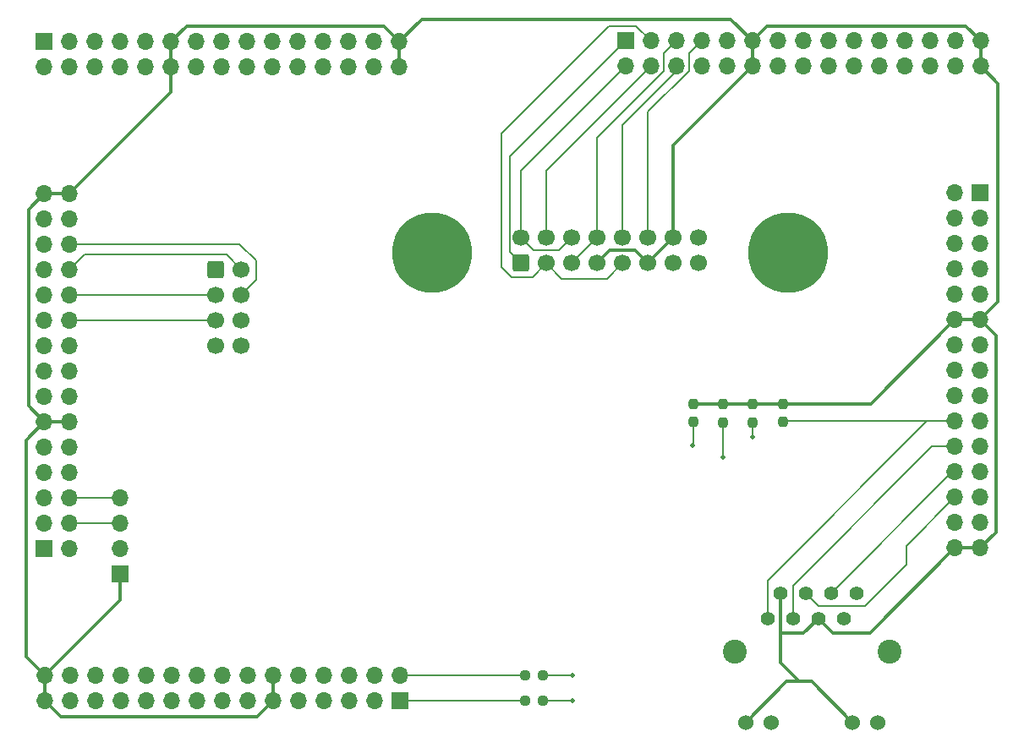
<source format=gbr>
%TF.GenerationSoftware,KiCad,Pcbnew,7.0.1*%
%TF.CreationDate,2023-05-11T10:15:00-05:00*%
%TF.ProjectId,i5ether,69356574-6865-4722-9e6b-696361645f70,rev?*%
%TF.SameCoordinates,Original*%
%TF.FileFunction,Copper,L1,Top*%
%TF.FilePolarity,Positive*%
%FSLAX46Y46*%
G04 Gerber Fmt 4.6, Leading zero omitted, Abs format (unit mm)*
G04 Created by KiCad (PCBNEW 7.0.1) date 2023-05-11 10:15:00*
%MOMM*%
%LPD*%
G01*
G04 APERTURE LIST*
G04 Aperture macros list*
%AMRoundRect*
0 Rectangle with rounded corners*
0 $1 Rounding radius*
0 $2 $3 $4 $5 $6 $7 $8 $9 X,Y pos of 4 corners*
0 Add a 4 corners polygon primitive as box body*
4,1,4,$2,$3,$4,$5,$6,$7,$8,$9,$2,$3,0*
0 Add four circle primitives for the rounded corners*
1,1,$1+$1,$2,$3*
1,1,$1+$1,$4,$5*
1,1,$1+$1,$6,$7*
1,1,$1+$1,$8,$9*
0 Add four rect primitives between the rounded corners*
20,1,$1+$1,$2,$3,$4,$5,0*
20,1,$1+$1,$4,$5,$6,$7,0*
20,1,$1+$1,$6,$7,$8,$9,0*
20,1,$1+$1,$8,$9,$2,$3,0*%
G04 Aperture macros list end*
%TA.AperFunction,ComponentPad*%
%ADD10RoundRect,0.250000X0.600000X-0.600000X0.600000X0.600000X-0.600000X0.600000X-0.600000X-0.600000X0*%
%TD*%
%TA.AperFunction,ComponentPad*%
%ADD11C,1.700000*%
%TD*%
%TA.AperFunction,ComponentPad*%
%ADD12C,8.000000*%
%TD*%
%TA.AperFunction,ComponentPad*%
%ADD13R,1.700000X1.700000*%
%TD*%
%TA.AperFunction,ComponentPad*%
%ADD14O,1.700000X1.700000*%
%TD*%
%TA.AperFunction,SMDPad,CuDef*%
%ADD15RoundRect,0.237500X-0.237500X0.250000X-0.237500X-0.250000X0.237500X-0.250000X0.237500X0.250000X0*%
%TD*%
%TA.AperFunction,ComponentPad*%
%ADD16RoundRect,0.250000X-0.600000X-0.600000X0.600000X-0.600000X0.600000X0.600000X-0.600000X0.600000X0*%
%TD*%
%TA.AperFunction,SMDPad,CuDef*%
%ADD17RoundRect,0.237500X0.250000X0.237500X-0.250000X0.237500X-0.250000X-0.237500X0.250000X-0.237500X0*%
%TD*%
%TA.AperFunction,ComponentPad*%
%ADD18C,1.400000*%
%TD*%
%TA.AperFunction,ComponentPad*%
%ADD19C,1.530000*%
%TD*%
%TA.AperFunction,ComponentPad*%
%ADD20C,2.400000*%
%TD*%
%TA.AperFunction,ViaPad*%
%ADD21C,0.500000*%
%TD*%
%TA.AperFunction,Conductor*%
%ADD22C,0.200000*%
%TD*%
%TA.AperFunction,Conductor*%
%ADD23C,0.300000*%
%TD*%
G04 APERTURE END LIST*
D10*
%TO.P,J1,1,Pin_1*%
%TO.N,/screen_module/T_IRQ*%
X146920000Y-95150000D03*
D11*
%TO.P,J1,2,Pin_2*%
%TO.N,/screen_module/SDO(MISO)*%
X146920000Y-92610000D03*
%TO.P,J1,3,Pin_3*%
%TO.N,/screen_module/SDI(MOSI)*%
X149460000Y-95150000D03*
%TO.P,J1,4,Pin_4*%
%TO.N,/screen_module/T_CS*%
X149460000Y-92610000D03*
%TO.P,J1,5,Pin_5*%
%TO.N,/screen_module/SCK*%
X152000000Y-95150000D03*
%TO.P,J1,6,Pin_6*%
%TO.N,/screen_module/SDO(MISO)*%
X152000000Y-92610000D03*
%TO.P,J1,7,Pin_7*%
%TO.N,+3.3V*%
X154540000Y-95150000D03*
%TO.P,J1,8,Pin_8*%
%TO.N,/screen_module/SCK*%
X154540000Y-92610000D03*
%TO.P,J1,9,Pin_9*%
%TO.N,/screen_module/SDI(MOSI)*%
X157080000Y-95150000D03*
%TO.P,J1,10,Pin_10*%
%TO.N,/screen_module/DC*%
X157080000Y-92610000D03*
%TO.P,J1,11,Pin_11*%
%TO.N,+3.3V*%
X159620000Y-95150000D03*
%TO.P,J1,12,Pin_12*%
%TO.N,/screen_module/CS*%
X159620000Y-92610000D03*
%TO.P,J1,13,Pin_13*%
%TO.N,GND*%
X162160000Y-95150000D03*
%TO.P,J1,14,Pin_14*%
%TO.N,+3.3V*%
X162160000Y-92610000D03*
%TO.P,J1,15*%
%TO.N,N/C*%
X164700000Y-95150000D03*
%TO.P,J1,16*%
X164700000Y-92610000D03*
D12*
%TO.P,J1,MP*%
X137980000Y-94130000D03*
X173640000Y-94130000D03*
%TD*%
D13*
%TO.P,J4,1,Pin_1*%
%TO.N,+3.3V*%
X106750000Y-126290000D03*
D14*
%TO.P,J4,2,Pin_2*%
%TO.N,GND*%
X106750000Y-123750000D03*
%TO.P,J4,3,Pin_3*%
%TO.N,/bluetooth_module/TX*%
X106750000Y-121210000D03*
%TO.P,J4,4,Pin_4*%
%TO.N,/bluetooth_module/RX*%
X106750000Y-118670000D03*
%TD*%
D15*
%TO.P,R2,1*%
%TO.N,+3.3V*%
X170140000Y-109265000D03*
%TO.P,R2,2*%
%TO.N,/ethernet_module/TD-*%
X170140000Y-111090000D03*
%TD*%
%TO.P,R3,1*%
%TO.N,+3.3V*%
X167150000Y-109265000D03*
%TO.P,R3,2*%
%TO.N,/ethernet_module/RD+*%
X167150000Y-111090000D03*
%TD*%
D16*
%TO.P,J3,1,Pin_1*%
%TO.N,GND*%
X116350000Y-95780000D03*
D11*
%TO.P,J3,2,Pin_2*%
%TO.N,/SPI_module/RX*%
X118890000Y-95780000D03*
%TO.P,J3,3,Pin_3*%
%TO.N,/SPI_module/CSn*%
X116350000Y-98320000D03*
%TO.P,J3,4,Pin_4*%
%TO.N,/SPI_module/SCK*%
X118890000Y-98320000D03*
%TO.P,J3,5,Pin_5*%
%TO.N,/SPI_module/TX*%
X116350000Y-100860000D03*
%TO.P,J3,6,Pin_6*%
%TO.N,unconnected-(J3-Pin_6-Pad6)*%
X118890000Y-100860000D03*
%TO.P,J3,7*%
%TO.N,N/C*%
X116350000Y-103400000D03*
%TO.P,J3,8*%
X118890000Y-103400000D03*
%TD*%
D17*
%TO.P,R5,1*%
%TO.N,Net-(J2-Pad10)*%
X149122500Y-138990000D03*
%TO.P,R5,2*%
%TO.N,/ethernet_module/YLED-*%
X147297500Y-138990000D03*
%TD*%
D15*
%TO.P,R1,1*%
%TO.N,+3.3V*%
X173130000Y-109225000D03*
%TO.P,R1,2*%
%TO.N,/ethernet_module/TD+*%
X173130000Y-111050000D03*
%TD*%
%TO.P,R4,1*%
%TO.N,+3.3V*%
X164140000Y-109225000D03*
%TO.P,R4,2*%
%TO.N,/ethernet_module/RD-*%
X164140000Y-111050000D03*
%TD*%
D17*
%TO.P,R6,1*%
%TO.N,Net-(J2-Pad12)*%
X149122500Y-136450000D03*
%TO.P,R6,2*%
%TO.N,/ethernet_module/GLED-*%
X147297500Y-136450000D03*
%TD*%
D18*
%TO.P,J2,1,1*%
%TO.N,/ethernet_module/TD+*%
X171595000Y-130740000D03*
%TO.P,J2,2,2*%
%TO.N,+3.3V*%
X172865000Y-128200000D03*
%TO.P,J2,3,3*%
%TO.N,/ethernet_module/TD-*%
X174135000Y-130740000D03*
%TO.P,J2,4,4*%
%TO.N,/ethernet_module/RD+*%
X175405000Y-128200000D03*
%TO.P,J2,5,5*%
%TO.N,+3.3V*%
X176675000Y-130740000D03*
%TO.P,J2,6,6*%
%TO.N,/ethernet_module/RD-*%
X177945000Y-128200000D03*
%TO.P,J2,7,7*%
%TO.N,unconnected-(J2-Pad7)*%
X179215000Y-130740000D03*
%TO.P,J2,8,8*%
%TO.N,unconnected-(J2-Pad8)*%
X180485000Y-128200000D03*
D19*
%TO.P,J2,9,9*%
%TO.N,+3.3V*%
X169410000Y-141170000D03*
%TO.P,J2,10,10*%
%TO.N,Net-(J2-Pad10)*%
X171950000Y-141170000D03*
%TO.P,J2,11,11*%
%TO.N,+3.3V*%
X180130000Y-141170000D03*
%TO.P,J2,12,12*%
%TO.N,Net-(J2-Pad12)*%
X182670000Y-141170000D03*
D20*
%TO.P,J2,13,13*%
%TO.N,unconnected-(J2-Pad13)*%
X183785000Y-134040000D03*
%TO.P,J2,14,14*%
%TO.N,unconnected-(J2-Pad14)*%
X168295000Y-134040000D03*
%TD*%
D13*
%TO.P,P1,1,Pin_1*%
%TO.N,unconnected-(P1-Pin_1-Pad1)*%
X192910000Y-88120000D03*
D14*
%TO.P,P1,2,Pin_2*%
%TO.N,unconnected-(P1-Pin_2-Pad2)*%
X190370000Y-88120000D03*
%TO.P,P1,3,Pin_3*%
%TO.N,unconnected-(P1-Pin_3-Pad3)*%
X192910000Y-90660000D03*
%TO.P,P1,4,Pin_4*%
%TO.N,unconnected-(P1-Pin_4-Pad4)*%
X190370000Y-90660000D03*
%TO.P,P1,5,Pin_5*%
%TO.N,unconnected-(P1-Pin_5-Pad5)*%
X192910000Y-93200000D03*
%TO.P,P1,6,Pin_6*%
%TO.N,unconnected-(P1-Pin_6-Pad6)*%
X190370000Y-93200000D03*
%TO.P,P1,7,Pin_7*%
%TO.N,unconnected-(P1-Pin_7-Pad7)*%
X192910000Y-95740000D03*
%TO.P,P1,8,Pin_8*%
%TO.N,unconnected-(P1-Pin_8-Pad8)*%
X190370000Y-95740000D03*
%TO.P,P1,9,Pin_9*%
%TO.N,GND*%
X192910000Y-98280000D03*
%TO.P,P1,10,Pin_10*%
X190370000Y-98280000D03*
%TO.P,P1,11,Pin_11*%
%TO.N,+3.3V*%
X192910000Y-100820000D03*
%TO.P,P1,12,Pin_12*%
X190370000Y-100820000D03*
%TO.P,P1,13,Pin_13*%
%TO.N,unconnected-(P1-Pin_13-Pad13)*%
X192910000Y-103360000D03*
%TO.P,P1,14,Pin_14*%
%TO.N,unconnected-(P1-Pin_14-Pad14)*%
X190370000Y-103360000D03*
%TO.P,P1,15,Pin_15*%
%TO.N,GND*%
X192910000Y-105900000D03*
%TO.P,P1,16,Pin_16*%
%TO.N,+5V*%
X190370000Y-105900000D03*
%TO.P,P1,17,Pin_17*%
%TO.N,unconnected-(P1-Pin_17-Pad17)*%
X192910000Y-108440000D03*
%TO.P,P1,18,Pin_18*%
%TO.N,unconnected-(P1-Pin_18-Pad18)*%
X190370000Y-108440000D03*
%TO.P,P1,19,Pin_19*%
%TO.N,unconnected-(P1-Pin_19-Pad19)*%
X192910000Y-110980000D03*
%TO.P,P1,20,Pin_20*%
%TO.N,/ethernet_module/TD+*%
X190370000Y-110980000D03*
%TO.P,P1,21,Pin_21*%
%TO.N,unconnected-(P1-Pin_21-Pad21)*%
X192910000Y-113520000D03*
%TO.P,P1,22,Pin_22*%
%TO.N,/ethernet_module/TD-*%
X190370000Y-113520000D03*
%TO.P,P1,23,Pin_23*%
%TO.N,unconnected-(P1-Pin_23-Pad23)*%
X192910000Y-116060000D03*
%TO.P,P1,24,Pin_24*%
%TO.N,/ethernet_module/RD-*%
X190370000Y-116060000D03*
%TO.P,P1,25,Pin_25*%
%TO.N,unconnected-(P1-Pin_25-Pad25)*%
X192910000Y-118600000D03*
%TO.P,P1,26,Pin_26*%
%TO.N,/ethernet_module/RD+*%
X190370000Y-118600000D03*
%TO.P,P1,27,Pin_27*%
%TO.N,GND*%
X192910000Y-121140000D03*
%TO.P,P1,28,Pin_28*%
X190370000Y-121140000D03*
%TO.P,P1,29,Pin_29*%
%TO.N,+3.3V*%
X192910000Y-123680000D03*
%TO.P,P1,30,Pin_30*%
X190370000Y-123680000D03*
%TD*%
D13*
%TO.P,P5,1,Pin_1*%
%TO.N,/ethernet_module/YLED-*%
X134790000Y-138980000D03*
D14*
%TO.P,P5,2,Pin_2*%
%TO.N,/ethernet_module/GLED-*%
X134790000Y-136440000D03*
%TO.P,P5,3,Pin_3*%
%TO.N,unconnected-(P5-Pin_3-Pad3)*%
X132250000Y-138980000D03*
%TO.P,P5,4,Pin_4*%
%TO.N,unconnected-(P5-Pin_4-Pad4)*%
X132250000Y-136440000D03*
%TO.P,P5,5,Pin_5*%
%TO.N,unconnected-(P5-Pin_5-Pad5)*%
X129710000Y-138980000D03*
%TO.P,P5,6,Pin_6*%
%TO.N,unconnected-(P5-Pin_6-Pad6)*%
X129710000Y-136440000D03*
%TO.P,P5,7,Pin_7*%
%TO.N,unconnected-(P5-Pin_7-Pad7)*%
X127170000Y-138980000D03*
%TO.P,P5,8,Pin_8*%
%TO.N,unconnected-(P5-Pin_8-Pad8)*%
X127170000Y-136440000D03*
%TO.P,P5,9,Pin_9*%
%TO.N,GND*%
X124630000Y-138980000D03*
%TO.P,P5,10,Pin_10*%
X124630000Y-136440000D03*
%TO.P,P5,11,Pin_11*%
%TO.N,+3.3V*%
X122090000Y-138980000D03*
%TO.P,P5,12,Pin_12*%
X122090000Y-136440000D03*
%TO.P,P5,13,Pin_13*%
%TO.N,unconnected-(P5-Pin_13-Pad13)*%
X119550000Y-138980000D03*
%TO.P,P5,14,Pin_14*%
%TO.N,unconnected-(P5-Pin_14-Pad14)*%
X119550000Y-136440000D03*
%TO.P,P5,15,Pin_15*%
%TO.N,GND*%
X117010000Y-138980000D03*
%TO.P,P5,16,Pin_16*%
%TO.N,+5V*%
X117010000Y-136440000D03*
%TO.P,P5,17,Pin_17*%
%TO.N,unconnected-(P5-Pin_17-Pad17)*%
X114470000Y-138980000D03*
%TO.P,P5,18,Pin_18*%
%TO.N,unconnected-(P5-Pin_18-Pad18)*%
X114470000Y-136440000D03*
%TO.P,P5,19,Pin_19*%
%TO.N,unconnected-(P5-Pin_19-Pad19)*%
X111930000Y-138980000D03*
%TO.P,P5,20,Pin_20*%
%TO.N,unconnected-(P5-Pin_20-Pad20)*%
X111930000Y-136440000D03*
%TO.P,P5,21,Pin_21*%
%TO.N,unconnected-(P5-Pin_21-Pad21)*%
X109390000Y-138980000D03*
%TO.P,P5,22,Pin_22*%
%TO.N,unconnected-(P5-Pin_22-Pad22)*%
X109390000Y-136440000D03*
%TO.P,P5,23,Pin_23*%
%TO.N,unconnected-(P5-Pin_23-Pad23)*%
X106850000Y-138980000D03*
%TO.P,P5,24,Pin_24*%
%TO.N,unconnected-(P5-Pin_24-Pad24)*%
X106850000Y-136440000D03*
%TO.P,P5,25,Pin_25*%
%TO.N,unconnected-(P5-Pin_25-Pad25)*%
X104310000Y-138980000D03*
%TO.P,P5,26,Pin_26*%
%TO.N,unconnected-(P5-Pin_26-Pad26)*%
X104310000Y-136440000D03*
%TO.P,P5,27,Pin_27*%
%TO.N,GND*%
X101770000Y-138980000D03*
%TO.P,P5,28,Pin_28*%
X101770000Y-136440000D03*
%TO.P,P5,29,Pin_29*%
%TO.N,+3.3V*%
X99230000Y-138980000D03*
%TO.P,P5,30,Pin_30*%
X99230000Y-136440000D03*
%TD*%
D13*
%TO.P,P2,1,Pin_1*%
%TO.N,/screen_module/T_IRQ*%
X157380000Y-72880000D03*
D14*
%TO.P,P2,2,Pin_2*%
%TO.N,/screen_module/SDO(MISO)*%
X157380000Y-75420000D03*
%TO.P,P2,3,Pin_3*%
%TO.N,/screen_module/SDI(MOSI)*%
X159920000Y-72880000D03*
%TO.P,P2,4,Pin_4*%
%TO.N,/screen_module/T_CS*%
X159920000Y-75420000D03*
%TO.P,P2,5,Pin_5*%
%TO.N,/screen_module/SCK*%
X162460000Y-72880000D03*
%TO.P,P2,6,Pin_6*%
%TO.N,/screen_module/DC*%
X162460000Y-75420000D03*
%TO.P,P2,7,Pin_7*%
%TO.N,/screen_module/CS*%
X165000000Y-72880000D03*
%TO.P,P2,8,Pin_8*%
%TO.N,unconnected-(P2-Pin_8-Pad8)*%
X165000000Y-75420000D03*
%TO.P,P2,9,Pin_9*%
%TO.N,GND*%
X167540000Y-72880000D03*
%TO.P,P2,10,Pin_10*%
X167540000Y-75420000D03*
%TO.P,P2,11,Pin_11*%
%TO.N,+3.3V*%
X170080000Y-72880000D03*
%TO.P,P2,12,Pin_12*%
X170080000Y-75420000D03*
%TO.P,P2,13,Pin_13*%
%TO.N,unconnected-(P2-Pin_13-Pad13)*%
X172620000Y-72880000D03*
%TO.P,P2,14,Pin_14*%
%TO.N,unconnected-(P2-Pin_14-Pad14)*%
X172620000Y-75420000D03*
%TO.P,P2,15,Pin_15*%
%TO.N,GND*%
X175160000Y-72880000D03*
%TO.P,P2,16,Pin_16*%
%TO.N,+5V*%
X175160000Y-75420000D03*
%TO.P,P2,17,Pin_17*%
%TO.N,unconnected-(P2-Pin_17-Pad17)*%
X177700000Y-72880000D03*
%TO.P,P2,18,Pin_18*%
%TO.N,unconnected-(P2-Pin_18-Pad18)*%
X177700000Y-75420000D03*
%TO.P,P2,19,Pin_19*%
%TO.N,unconnected-(P2-Pin_19-Pad19)*%
X180240000Y-72880000D03*
%TO.P,P2,20,Pin_20*%
%TO.N,unconnected-(P2-Pin_20-Pad20)*%
X180240000Y-75420000D03*
%TO.P,P2,21,Pin_21*%
%TO.N,unconnected-(P2-Pin_21-Pad21)*%
X182780000Y-72880000D03*
%TO.P,P2,22,Pin_22*%
%TO.N,unconnected-(P2-Pin_22-Pad22)*%
X182780000Y-75420000D03*
%TO.P,P2,23,Pin_23*%
%TO.N,unconnected-(P2-Pin_23-Pad23)*%
X185320000Y-72880000D03*
%TO.P,P2,24,Pin_24*%
%TO.N,unconnected-(P2-Pin_24-Pad24)*%
X185320000Y-75420000D03*
%TO.P,P2,25,Pin_25*%
%TO.N,unconnected-(P2-Pin_25-Pad25)*%
X187860000Y-72880000D03*
%TO.P,P2,26,Pin_26*%
%TO.N,unconnected-(P2-Pin_26-Pad26)*%
X187860000Y-75420000D03*
%TO.P,P2,27,Pin_27*%
%TO.N,GND*%
X190400000Y-72880000D03*
%TO.P,P2,28,Pin_28*%
X190400000Y-75420000D03*
%TO.P,P2,29,Pin_29*%
%TO.N,+3.3V*%
X192940000Y-72880000D03*
%TO.P,P2,30,Pin_30*%
X192940000Y-75420000D03*
%TD*%
D13*
%TO.P,P4,1,Pin_1*%
%TO.N,unconnected-(P4-Pin_1-Pad1)*%
X99190000Y-123740000D03*
D14*
%TO.P,P4,2,Pin_2*%
%TO.N,unconnected-(P4-Pin_2-Pad2)*%
X101730000Y-123740000D03*
%TO.P,P4,3,Pin_3*%
%TO.N,unconnected-(P4-Pin_3-Pad3)*%
X99190000Y-121200000D03*
%TO.P,P4,4,Pin_4*%
%TO.N,/bluetooth_module/TX*%
X101730000Y-121200000D03*
%TO.P,P4,5,Pin_5*%
%TO.N,unconnected-(P4-Pin_5-Pad5)*%
X99190000Y-118660000D03*
%TO.P,P4,6,Pin_6*%
%TO.N,/bluetooth_module/RX*%
X101730000Y-118660000D03*
%TO.P,P4,7,Pin_7*%
%TO.N,unconnected-(P4-Pin_7-Pad7)*%
X99190000Y-116120000D03*
%TO.P,P4,8,Pin_8*%
%TO.N,unconnected-(P4-Pin_8-Pad8)*%
X101730000Y-116120000D03*
%TO.P,P4,9,Pin_9*%
%TO.N,GND*%
X99190000Y-113580000D03*
%TO.P,P4,10,Pin_10*%
X101730000Y-113580000D03*
%TO.P,P4,11,Pin_11*%
%TO.N,+3.3V*%
X99190000Y-111040000D03*
%TO.P,P4,12,Pin_12*%
X101730000Y-111040000D03*
%TO.P,P4,13,Pin_13*%
%TO.N,unconnected-(P4-Pin_13-Pad13)*%
X99190000Y-108500000D03*
%TO.P,P4,14,Pin_14*%
%TO.N,unconnected-(P4-Pin_14-Pad14)*%
X101730000Y-108500000D03*
%TO.P,P4,15,Pin_15*%
%TO.N,GND*%
X99190000Y-105960000D03*
%TO.P,P4,16,Pin_16*%
%TO.N,+5V*%
X101730000Y-105960000D03*
%TO.P,P4,17,Pin_17*%
%TO.N,unconnected-(P4-Pin_17-Pad17)*%
X99190000Y-103420000D03*
%TO.P,P4,18,Pin_18*%
%TO.N,unconnected-(P4-Pin_18-Pad18)*%
X101730000Y-103420000D03*
%TO.P,P4,19,Pin_19*%
%TO.N,unconnected-(P4-Pin_19-Pad19)*%
X99190000Y-100880000D03*
%TO.P,P4,20,Pin_20*%
%TO.N,/SPI_module/TX*%
X101730000Y-100880000D03*
%TO.P,P4,21,Pin_21*%
%TO.N,unconnected-(P4-Pin_21-Pad21)*%
X99190000Y-98340000D03*
%TO.P,P4,22,Pin_22*%
%TO.N,/SPI_module/CSn*%
X101730000Y-98340000D03*
%TO.P,P4,23,Pin_23*%
%TO.N,unconnected-(P4-Pin_23-Pad23)*%
X99190000Y-95800000D03*
%TO.P,P4,24,Pin_24*%
%TO.N,/SPI_module/RX*%
X101730000Y-95800000D03*
%TO.P,P4,25,Pin_25*%
%TO.N,unconnected-(P4-Pin_25-Pad25)*%
X99190000Y-93260000D03*
%TO.P,P4,26,Pin_26*%
%TO.N,/SPI_module/SCK*%
X101730000Y-93260000D03*
%TO.P,P4,27,Pin_27*%
%TO.N,GND*%
X99190000Y-90720000D03*
%TO.P,P4,28,Pin_28*%
X101730000Y-90720000D03*
%TO.P,P4,29,Pin_29*%
%TO.N,+3.3V*%
X99190000Y-88180000D03*
%TO.P,P4,30,Pin_30*%
X101730000Y-88180000D03*
%TD*%
D13*
%TO.P,P3,1,Pin_1*%
%TO.N,unconnected-(P3-Pin_1-Pad1)*%
X99180000Y-72960000D03*
D14*
%TO.P,P3,2,Pin_2*%
%TO.N,unconnected-(P3-Pin_2-Pad2)*%
X99180000Y-75500000D03*
%TO.P,P3,3,Pin_3*%
%TO.N,unconnected-(P3-Pin_3-Pad3)*%
X101720000Y-72960000D03*
%TO.P,P3,4,Pin_4*%
%TO.N,unconnected-(P3-Pin_4-Pad4)*%
X101720000Y-75500000D03*
%TO.P,P3,5,Pin_5*%
%TO.N,unconnected-(P3-Pin_5-Pad5)*%
X104260000Y-72960000D03*
%TO.P,P3,6,Pin_6*%
%TO.N,unconnected-(P3-Pin_6-Pad6)*%
X104260000Y-75500000D03*
%TO.P,P3,7,Pin_7*%
%TO.N,unconnected-(P3-Pin_7-Pad7)*%
X106800000Y-72960000D03*
%TO.P,P3,8,Pin_8*%
%TO.N,unconnected-(P3-Pin_8-Pad8)*%
X106800000Y-75500000D03*
%TO.P,P3,9,Pin_9*%
%TO.N,GND*%
X109340000Y-72960000D03*
%TO.P,P3,10,Pin_10*%
X109340000Y-75500000D03*
%TO.P,P3,11,Pin_11*%
%TO.N,+3.3V*%
X111880000Y-72960000D03*
%TO.P,P3,12,Pin_12*%
X111880000Y-75500000D03*
%TO.P,P3,13,Pin_13*%
%TO.N,unconnected-(P3-Pin_13-Pad13)*%
X114420000Y-72960000D03*
%TO.P,P3,14,Pin_14*%
%TO.N,unconnected-(P3-Pin_14-Pad14)*%
X114420000Y-75500000D03*
%TO.P,P3,15,Pin_15*%
%TO.N,GND*%
X116960000Y-72960000D03*
%TO.P,P3,16,Pin_16*%
%TO.N,+5V*%
X116960000Y-75500000D03*
%TO.P,P3,17,Pin_17*%
%TO.N,unconnected-(P3-Pin_17-Pad17)*%
X119500000Y-72960000D03*
%TO.P,P3,18,Pin_18*%
%TO.N,unconnected-(P3-Pin_18-Pad18)*%
X119500000Y-75500000D03*
%TO.P,P3,19,Pin_19*%
%TO.N,unconnected-(P3-Pin_19-Pad19)*%
X122040000Y-72960000D03*
%TO.P,P3,20,Pin_20*%
%TO.N,unconnected-(P3-Pin_20-Pad20)*%
X122040000Y-75500000D03*
%TO.P,P3,21,Pin_21*%
%TO.N,unconnected-(P3-Pin_21-Pad21)*%
X124580000Y-72960000D03*
%TO.P,P3,22,Pin_22*%
%TO.N,unconnected-(P3-Pin_22-Pad22)*%
X124580000Y-75500000D03*
%TO.P,P3,23,Pin_23*%
%TO.N,unconnected-(P3-Pin_23-Pad23)*%
X127120000Y-72960000D03*
%TO.P,P3,24,Pin_24*%
%TO.N,unconnected-(P3-Pin_24-Pad24)*%
X127120000Y-75500000D03*
%TO.P,P3,25,Pin_25*%
%TO.N,unconnected-(P3-Pin_25-Pad25)*%
X129660000Y-72960000D03*
%TO.P,P3,26,Pin_26*%
%TO.N,unconnected-(P3-Pin_26-Pad26)*%
X129660000Y-75500000D03*
%TO.P,P3,27,Pin_27*%
%TO.N,GND*%
X132200000Y-72960000D03*
%TO.P,P3,28,Pin_28*%
X132200000Y-75500000D03*
%TO.P,P3,29,Pin_29*%
%TO.N,+3.3V*%
X134740000Y-72960000D03*
%TO.P,P3,30,Pin_30*%
X134740000Y-75500000D03*
%TD*%
D21*
%TO.N,/ethernet_module/TD-*%
X170140000Y-112540000D03*
%TO.N,/ethernet_module/RD+*%
X167160000Y-114560000D03*
%TO.N,/ethernet_module/RD-*%
X164130000Y-113440000D03*
%TO.N,Net-(J2-Pad10)*%
X152070000Y-139000000D03*
%TO.N,Net-(J2-Pad12)*%
X152070000Y-136430000D03*
%TD*%
D22*
%TO.N,/screen_module/T_IRQ*%
X145770000Y-84490000D02*
X157380000Y-72880000D01*
X146920000Y-95150000D02*
X145770000Y-94000000D01*
X145770000Y-94000000D02*
X145770000Y-84490000D01*
%TO.N,/screen_module/T_CS*%
X149460000Y-92610000D02*
X149460000Y-85880000D01*
X149460000Y-85880000D02*
X159920000Y-75420000D01*
%TO.N,/screen_module/SDO(MISO)*%
X150730000Y-93880000D02*
X152000000Y-92610000D01*
X148190000Y-93880000D02*
X150730000Y-93880000D01*
X146920000Y-85880000D02*
X157380000Y-75420000D01*
X146920000Y-92610000D02*
X146920000Y-85880000D01*
X146920000Y-92610000D02*
X148190000Y-93880000D01*
%TO.N,/screen_module/SCK*%
X161180000Y-75940000D02*
X161180000Y-74160000D01*
X161180000Y-74160000D02*
X162460000Y-72880000D01*
X154540000Y-82580000D02*
X161180000Y-75940000D01*
X152000000Y-95150000D02*
X154540000Y-92610000D01*
X154540000Y-92610000D02*
X154540000Y-82580000D01*
%TO.N,/screen_module/SDI(MOSI)*%
X155680000Y-71400000D02*
X158440000Y-71400000D01*
X148070000Y-96540000D02*
X145970000Y-96540000D01*
X155540000Y-96690000D02*
X151000000Y-96690000D01*
X157080000Y-95150000D02*
X155540000Y-96690000D01*
X158440000Y-71400000D02*
X159920000Y-72880000D01*
X145970000Y-96540000D02*
X144950000Y-95520000D01*
X144950000Y-82130000D02*
X155680000Y-71400000D01*
X144950000Y-95520000D02*
X144950000Y-82130000D01*
X149460000Y-95150000D02*
X148070000Y-96540000D01*
X151000000Y-96690000D02*
X149460000Y-95150000D01*
%TO.N,/screen_module/DC*%
X157080000Y-92610000D02*
X157080000Y-81320000D01*
X162415686Y-75984314D02*
X162415686Y-75420000D01*
X157080000Y-81320000D02*
X162415686Y-75984314D01*
%TO.N,/screen_module/CS*%
X159620000Y-92610000D02*
X159620000Y-79990000D01*
X163730000Y-74150000D02*
X165000000Y-72880000D01*
X159620000Y-79990000D02*
X163730000Y-75880000D01*
X163730000Y-75880000D02*
X163730000Y-74150000D01*
%TO.N,/ethernet_module/TD+*%
X173200000Y-110980000D02*
X190370000Y-110980000D01*
X171595000Y-130740000D02*
X171595000Y-126915000D01*
X173130000Y-111050000D02*
X173200000Y-110980000D01*
X171595000Y-126915000D02*
X187530000Y-110980000D01*
X187530000Y-110980000D02*
X190370000Y-110980000D01*
D23*
%TO.N,+3.3V*%
X99190000Y-111040000D02*
X101730000Y-111040000D01*
X134740000Y-72960000D02*
X136990000Y-70710000D01*
X170140000Y-109265000D02*
X173090000Y-109265000D01*
X113440000Y-71400000D02*
X111880000Y-72960000D01*
X192910000Y-100820000D02*
X194490000Y-102400000D01*
X167110000Y-109225000D02*
X167150000Y-109265000D01*
X190370000Y-100820000D02*
X192910000Y-100820000D01*
X192940000Y-72880000D02*
X191440000Y-71380000D01*
X97620000Y-109470000D02*
X97620000Y-89750000D01*
X176020000Y-137060000D02*
X180130000Y-141170000D01*
X169410000Y-141170000D02*
X173520000Y-137060000D01*
X133180000Y-71400000D02*
X113440000Y-71400000D01*
X172865000Y-135145000D02*
X174780000Y-137060000D01*
X172865000Y-132230000D02*
X175185000Y-132230000D01*
X99230000Y-136440000D02*
X97340000Y-134550000D01*
X181965000Y-109225000D02*
X190370000Y-100820000D01*
X173130000Y-109225000D02*
X181965000Y-109225000D01*
X162160000Y-92610000D02*
X162160000Y-83340000D01*
X154540000Y-95150000D02*
X155800000Y-93890000D01*
X194490000Y-102400000D02*
X194490000Y-122100000D01*
X172865000Y-128200000D02*
X172865000Y-132230000D01*
X194680000Y-77160000D02*
X194680000Y-99050000D01*
X194680000Y-99050000D02*
X192910000Y-100820000D01*
X122090000Y-138980000D02*
X120510000Y-140560000D01*
X159620000Y-95150000D02*
X162160000Y-92610000D01*
X171580000Y-71380000D02*
X170080000Y-72880000D01*
X176675000Y-130740000D02*
X178145000Y-132210000D01*
X136990000Y-70710000D02*
X167910000Y-70710000D01*
X99230000Y-136440000D02*
X99230000Y-138980000D01*
X191440000Y-71380000D02*
X171580000Y-71380000D01*
X167910000Y-70710000D02*
X170080000Y-72880000D01*
X99190000Y-111040000D02*
X97620000Y-109470000D01*
X155800000Y-93890000D02*
X158360000Y-93890000D01*
X100810000Y-140560000D02*
X99230000Y-138980000D01*
X97340000Y-112890000D02*
X99190000Y-111040000D01*
X111880000Y-78030000D02*
X101730000Y-88180000D01*
X170080000Y-75420000D02*
X170080000Y-72880000D01*
X175185000Y-132230000D02*
X176675000Y-130740000D01*
X173520000Y-137060000D02*
X174780000Y-137060000D01*
X122090000Y-138980000D02*
X122090000Y-136440000D01*
X162160000Y-83340000D02*
X170080000Y-75420000D01*
X167150000Y-109265000D02*
X170140000Y-109265000D01*
X134740000Y-75500000D02*
X134740000Y-72960000D01*
X192940000Y-72880000D02*
X192940000Y-75420000D01*
X97340000Y-134550000D02*
X97340000Y-112890000D01*
X181840000Y-132210000D02*
X190370000Y-123680000D01*
X99190000Y-88180000D02*
X101730000Y-88180000D01*
X172865000Y-132230000D02*
X172865000Y-135145000D01*
X134740000Y-72960000D02*
X133180000Y-71400000D01*
X111880000Y-75500000D02*
X111880000Y-78030000D01*
X97620000Y-89750000D02*
X99190000Y-88180000D01*
X174780000Y-137060000D02*
X176020000Y-137060000D01*
X120510000Y-140560000D02*
X100810000Y-140560000D01*
X158360000Y-93890000D02*
X159620000Y-95150000D01*
X190370000Y-123680000D02*
X192910000Y-123680000D01*
X194490000Y-122100000D02*
X192910000Y-123680000D01*
X106750000Y-126290000D02*
X106750000Y-128920000D01*
X192940000Y-75420000D02*
X194680000Y-77160000D01*
X178145000Y-132210000D02*
X181840000Y-132210000D01*
X111880000Y-75500000D02*
X111880000Y-72960000D01*
X106750000Y-128920000D02*
X99230000Y-136440000D01*
X164140000Y-109225000D02*
X167110000Y-109225000D01*
X173090000Y-109265000D02*
X173130000Y-109225000D01*
D22*
%TO.N,/ethernet_module/TD-*%
X170140000Y-111090000D02*
X170140000Y-112540000D01*
X174135000Y-127455000D02*
X188070000Y-113520000D01*
X188070000Y-113520000D02*
X190370000Y-113520000D01*
X174135000Y-130740000D02*
X174135000Y-127455000D01*
%TO.N,/ethernet_module/RD+*%
X185500000Y-123470000D02*
X190370000Y-118600000D01*
X176705000Y-129500000D02*
X181350000Y-129500000D01*
X167150000Y-111090000D02*
X167150000Y-114550000D01*
X181350000Y-129500000D02*
X185500000Y-125350000D01*
X167150000Y-114550000D02*
X167160000Y-114560000D01*
X175405000Y-128200000D02*
X176705000Y-129500000D01*
X185500000Y-125350000D02*
X185500000Y-123470000D01*
%TO.N,/ethernet_module/RD-*%
X164140000Y-113430000D02*
X164130000Y-113440000D01*
X177945000Y-128200000D02*
X190085000Y-116060000D01*
X190085000Y-116060000D02*
X190370000Y-116060000D01*
X164140000Y-111050000D02*
X164140000Y-113430000D01*
%TO.N,Net-(J2-Pad10)*%
X152060000Y-138990000D02*
X152070000Y-139000000D01*
X149122500Y-138990000D02*
X152060000Y-138990000D01*
%TO.N,Net-(J2-Pad12)*%
X152050000Y-136450000D02*
X152070000Y-136430000D01*
X149122500Y-136450000D02*
X152050000Y-136450000D01*
%TO.N,/SPI_module/RX*%
X118890000Y-95780000D02*
X117400000Y-94290000D01*
X103240000Y-94290000D02*
X101730000Y-95800000D01*
X117400000Y-94290000D02*
X103240000Y-94290000D01*
%TO.N,/SPI_module/CSn*%
X101750000Y-98320000D02*
X101730000Y-98340000D01*
X116350000Y-98320000D02*
X101750000Y-98320000D01*
%TO.N,/SPI_module/SCK*%
X120370000Y-94900000D02*
X118730000Y-93260000D01*
X120370000Y-96840000D02*
X120370000Y-94900000D01*
X118890000Y-98320000D02*
X120370000Y-96840000D01*
X118730000Y-93260000D02*
X101730000Y-93260000D01*
%TO.N,/SPI_module/TX*%
X116350000Y-100860000D02*
X101750000Y-100860000D01*
X101750000Y-100860000D02*
X101730000Y-100880000D01*
%TO.N,/bluetooth_module/RX*%
X101740000Y-118670000D02*
X101730000Y-118660000D01*
X106750000Y-118670000D02*
X101740000Y-118670000D01*
X101880000Y-118810000D02*
X101730000Y-118660000D01*
%TO.N,/bluetooth_module/TX*%
X101740000Y-121210000D02*
X101730000Y-121200000D01*
X101880000Y-121350000D02*
X101730000Y-121200000D01*
X106750000Y-121210000D02*
X101740000Y-121210000D01*
%TO.N,/ethernet_module/YLED-*%
X134790000Y-138980000D02*
X147287500Y-138980000D01*
X147287500Y-138980000D02*
X147297500Y-138990000D01*
%TO.N,/ethernet_module/GLED-*%
X134790000Y-136440000D02*
X147287500Y-136440000D01*
X147287500Y-136440000D02*
X147297500Y-136450000D01*
%TD*%
M02*

</source>
